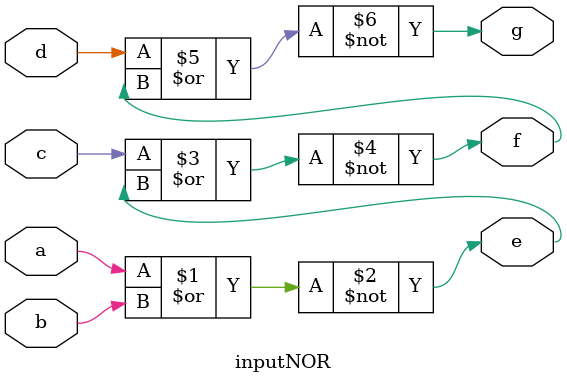
<source format=v>
`timescale 1ns / 1ps

module inputNOR(
    input a,b,c,d,
    output e,f,g
    );
    assign e=~(a|b);
    assign f=~(c|e);
    assign g=~(d|f);
endmodule

</source>
